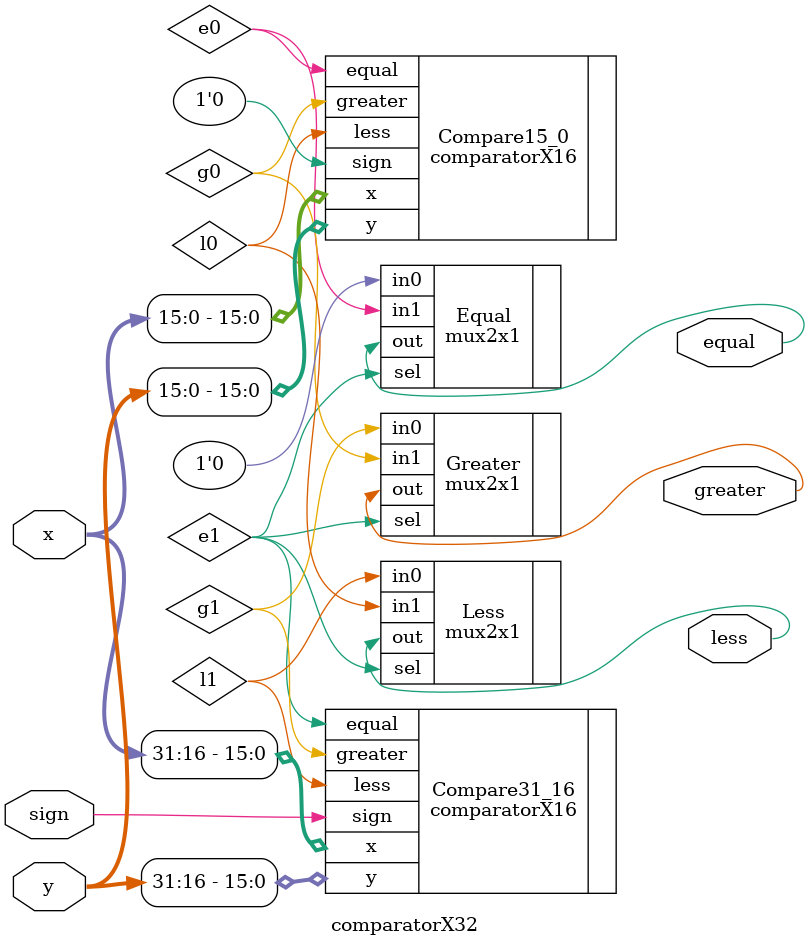
<source format=v>
`timescale 1ns / 1ps


module comparatorX32(
    output equal,
    output greater,
    output less,
    input [31:0] x,
    input [31:0] y,
    input sign
    );
    
    wire e0, e1;
    wire g0, g1;
    wire l0, l1;
    comparatorX16 Compare31_16(.greater(g1), .less(l1), .equal(e1), .x(x[31:16]), .y(y[31:16]), .sign(sign));
    comparatorX16 Compare15_0(.greater(g0), .less(l0), .equal(e0), .x(x[15:0]), .y(y[15:0]), .sign(1'b0));
    
    mux2x1 Equal(.out(equal), .in0(1'b0), .in1(e0), .sel(e1));
    mux2x1 Greater(.out(greater), .in0(g1), .in1(g0), .sel(e1));
    mux2x1 Less(.out(less), .in0(l1), .in1(l0), .sel(e1));
    
//    always @(*)
//        if (e1)
//            {greater, equal, less} = {g0, e0, l0};
//        else
//            {greater, equal, less} = {g1, e1, l1};
            
endmodule

</source>
